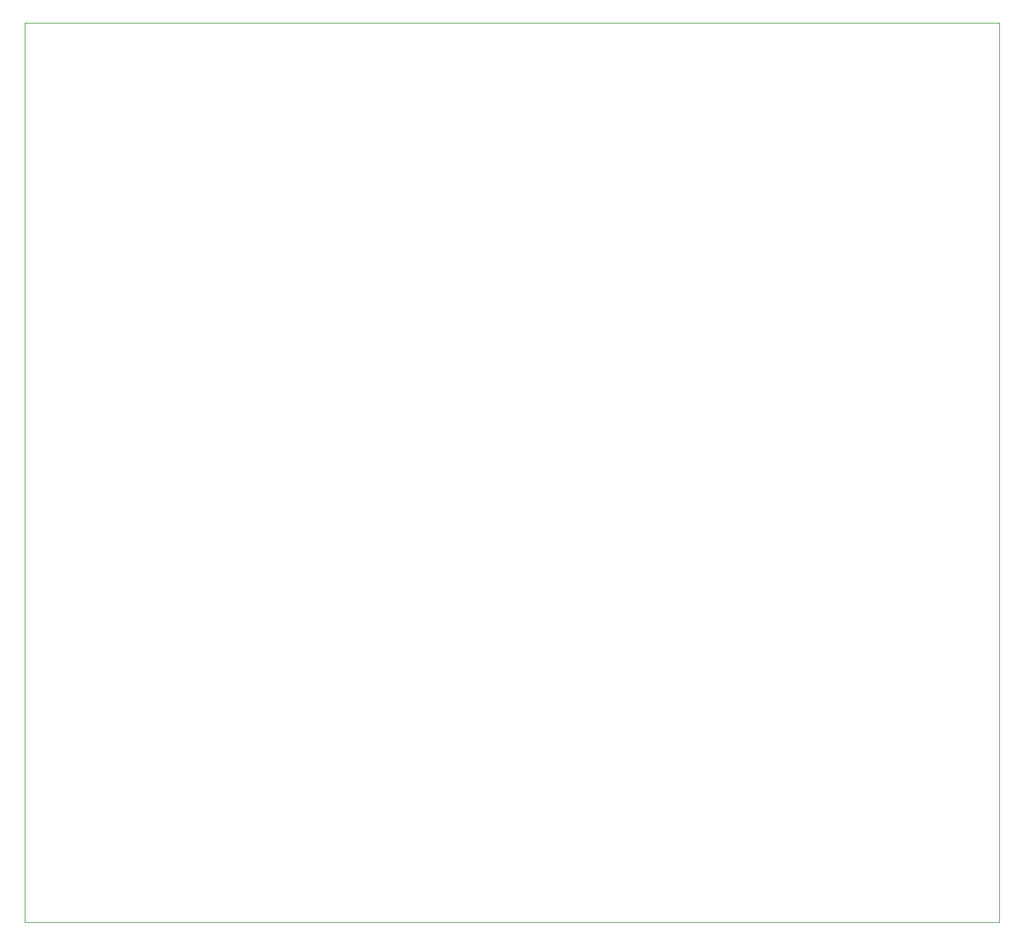
<source format=gbr>
%TF.GenerationSoftware,KiCad,Pcbnew,7.0.7*%
%TF.CreationDate,2023-09-16T18:25:32+02:00*%
%TF.ProjectId,dew_control_pcb,6465775f-636f-46e7-9472-6f6c5f706362,rev?*%
%TF.SameCoordinates,Original*%
%TF.FileFunction,Profile,NP*%
%FSLAX46Y46*%
G04 Gerber Fmt 4.6, Leading zero omitted, Abs format (unit mm)*
G04 Created by KiCad (PCBNEW 7.0.7) date 2023-09-16 18:25:32*
%MOMM*%
%LPD*%
G01*
G04 APERTURE LIST*
%TA.AperFunction,Profile*%
%ADD10C,0.100000*%
%TD*%
G04 APERTURE END LIST*
D10*
X54000000Y-20000000D02*
X184000000Y-20000000D01*
X184000000Y-140000000D01*
X54000000Y-140000000D01*
X54000000Y-20000000D01*
M02*

</source>
